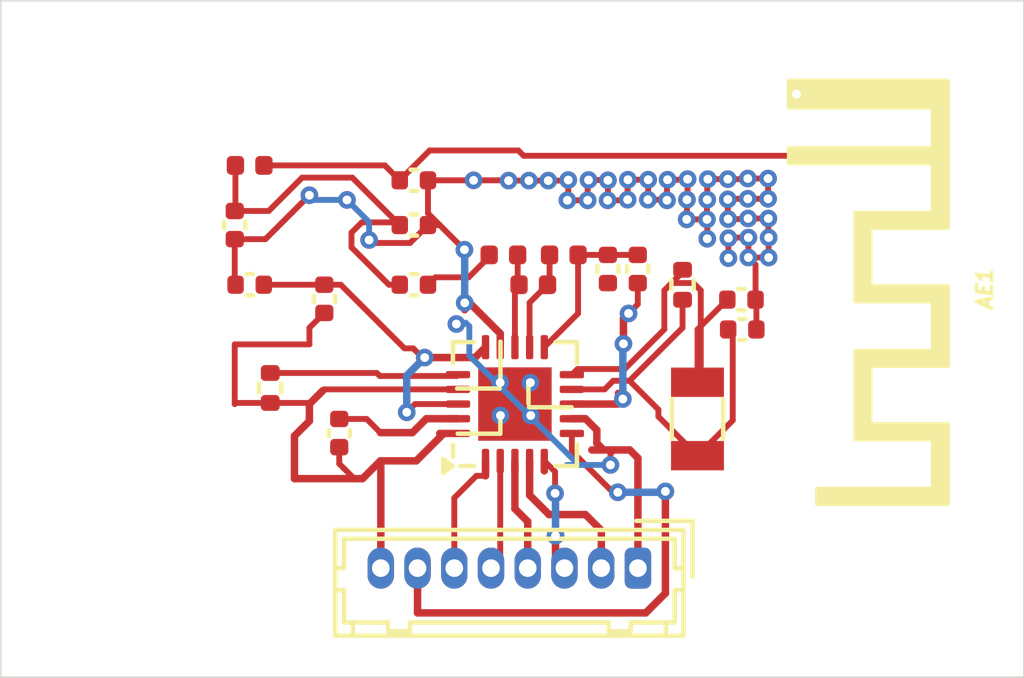
<source format=kicad_pcb>
(kicad_pcb (version 20240108) (generator "pcbnew") (generator_version "8.0")
  (layers (0 "F.Cu" signal) (31 "B.Cu" signal) (34 "B.Paste" user) (35 "F.Paste" user) (36 "B.SilkS" user "B.Silkscreen") (37 "F.SilkS" user "F.Silkscreen") (38 "B.Mask" user) (39 "F.Mask" user) (44 "Edge.Cuts" user))
  (net 0 "")
  (net 1 "Net-(AE1-A)")
  (net 2 "GNDREF")
  (net 3 "Net-(U1-XC2)")
  (net 4 "Net-(U1-XC1)")
  (net 5 "Net-(U1-VDD_PA)")
  (net 6 "Net-(C5-Pad1)")
  (net 7 "Net-(C10-Pad1)")
  (net 8 "Net-(U1-DVDD)")
  (net 9 "VDD")
  (net 10 "Net-(J1-Pin_5)")
  (net 11 "Net-(J1-Pin_6)")
  (net 12 "Net-(J1-Pin_3)")
  (net 13 "Net-(J1-Pin_7)")
  (net 14 "Net-(J1-Pin_2)")
  (net 15 "Net-(J1-Pin_4)")
  (net 16 "Net-(U1-ANT1)")
  (net 17 "Net-(U1-ANT2)")
  (net 18 "Net-(U1-IREF)")
  (footprint "Capacitor_SMD:C_0402_1005Metric" (layer "F.Cu") (at 151.384 86.36 -90)
    (property "Reference" "C10" (hide yes))
    (property "Value" "Cx")
    (fp_line (start -0.107836 0.36) (end 0.107836 0.36) (stroke (width 0.1524)) (layer "F.SilkS"))
    (fp_line (start -0.107836 -0.36) (end 0.107836 -0.36) (stroke (width 0.1524)) (layer "F.SilkS"))
    (pad "1" smd roundrect (at -0.48 0 270) (size 0.56 0.62) (layers "F.Cu" "F.Paste" "F.Mask") (net 7 "Net-(C10-Pad1)"))
    (pad "2" smd roundrect (at 0.48 0 270) (size 0.56 0.62) (layers "F.Cu" "F.Paste" "F.Mask") (net 2 "GNDREF"))
  )
  (footprint "Capacitor_SMD:C_0402_1005Metric" (layer "F.Cu") (at 168.656 89.916)
    (property "Reference" "C1" (hide yes))
    (property "Value" "22pF")
    (fp_line (start -0.107836 -0.36) (end 0.107836 -0.36) (stroke (width 0.1524)) (layer "F.SilkS"))
    (fp_line (start -0.107836 0.36) (end 0.107836 0.36) (stroke (width 0.1524)) (layer "F.SilkS"))
    (pad "1" smd roundrect (at -0.48 0) (size 0.56 0.62) (layers "F.Cu" "F.Paste" "F.Mask") (net 3 "Net-(U1-XC2)"))
    (pad "2" smd roundrect (at 0.48 0) (size 0.56 0.62) (layers "F.Cu" "F.Paste" "F.Mask") (net 2 "GNDREF"))
  )
  (footprint "Capacitor_SMD:C_0402_1005Metric" (layer "F.Cu") (at 157.48 86.36)
    (property "Reference" "C6" (hide yes))
    (property "Value" "1.0pF")
    (fp_line (start -0.107836 -0.36) (end 0.107836 -0.36) (stroke (width 0.1524)) (layer "F.SilkS"))
    (fp_line (start -0.107836 0.36) (end 0.107836 0.36) (stroke (width 0.1524)) (layer "F.SilkS"))
    (pad "1" smd roundrect (at -0.48 0) (size 0.56 0.62) (layers "F.Cu" "F.Paste" "F.Mask") (net 7 "Net-(C10-Pad1)"))
    (pad "2" smd roundrect (at 0.48 0) (size 0.56 0.62) (layers "F.Cu" "F.Paste" "F.Mask") (net 2 "GNDREF"))
  )
  (footprint "Package_DFN_QFN:QFN-20-1EP_4x4mm_P0.5mm_EP2.5x2.5mm" (layer "F.Cu") (at 160.919 92.456 90)
    (property "Reference" "U1" (hide yes))
    (property "Value" "NRF24L01")
    (fp_line (start 2.11 -2.11) (end 2.11 -1.385) (stroke (width 0.1524)) (layer "F.SilkS"))
    (fp_line (start 1.385 -2.11) (end 2.11 -2.11) (stroke (width 0.1524)) (layer "F.SilkS"))
    (fp_line (start -1.385 -2.11) (end -1.81 -2.11) (stroke (width 0.1524)) (layer "F.SilkS"))
    (fp_line (start -2.11 -1.385) (end -2.11 -1.87) (stroke (width 0.1524)) (layer "F.SilkS"))
    (fp_line (start 2.11 2.11) (end 2.11 1.385) (stroke (width 0.1524)) (layer "F.SilkS"))
    (fp_line (start 1.385 2.11) (end 2.11 2.11) (stroke (width 0.1524)) (layer "F.SilkS"))
    (fp_line (start -1.385 2.11) (end -2.11 2.11) (stroke (width 0.1524)) (layer "F.SilkS"))
    (fp_line (start -2.11 2.11) (end -2.11 1.385) (stroke (width 0.1524)) (layer "F.SilkS"))
    (fp_poly (pts (xy -2.11 -2.11) (xy -2.35 -2.44) (xy -1.87 -2.44) (xy -2.11 -2.11)) (stroke (width 0.1524)) (fill solid) (layer "F.SilkS"))
    (pad "1" smd roundrect (at -1.9375 -1 90) (size 0.825 0.25) (layers "F.Cu" "F.Paste" "F.Mask") (net 11 "Net-(J1-Pin_6)"))
    (pad "2" smd roundrect (at -1.9375 -0.5 90) (size 0.825 0.25) (layers "F.Cu" "F.Paste" "F.Mask") (net 10 "Net-(J1-Pin_5)"))
    (pad "3" smd roundrect (at -1.9375 0 90) (size 0.825 0.25) (layers "F.Cu" "F.Paste" "F.Mask") (net 15 "Net-(J1-Pin_4)"))
    (pad "4" smd roundrect (at -1.9375 0.5 90) (size 0.825 0.25) (layers "F.Cu" "F.Paste" "F.Mask") (net 14 "Net-(J1-Pin_2)"))
    (pad "5" smd roundrect (at -1.9375 1 90) (size 0.825 0.25) (layers "F.Cu" "F.Paste" "F.Mask") (net 12 "Net-(J1-Pin_3)"))
    (pad "6" smd roundrect (at -1 1.9375 90) (size 0.25 0.825) (layers "F.Cu" "F.Paste" "F.Mask") (net 13 "Net-(J1-Pin_7)"))
    (pad "7" smd roundrect (at -0.5 1.9375 90) (size 0.25 0.825) (layers "F.Cu" "F.Paste" "F.Mask") (net 9 "VDD"))
    (pad "8" smd roundrect (at 0 1.9375 90) (size 0.25 0.825) (layers "F.Cu" "F.Paste" "F.Mask") (net 2 "GNDREF"))
    (pad "9" smd roundrect (at 0.5 1.9375 90) (size 0.25 0.825) (layers "F.Cu" "F.Paste" "F.Mask") (net 3 "Net-(U1-XC2)"))
    (pad "10" smd roundrect (at 1 1.9375 90) (size 0.25 0.825) (layers "F.Cu" "F.Paste" "F.Mask") (net 4 "Net-(U1-XC1)"))
    (pad "11" smd roundrect (at 1.9375 1 90) (size 0.825 0.25) (layers "F.Cu" "F.Paste" "F.Mask") (net 5 "Net-(U1-VDD_PA)"))
    (pad "12" smd roundrect (at 1.9375 0.5 90) (size 0.825 0.25) (layers "F.Cu" "F.Paste" "F.Mask") (net 16 "Net-(U1-ANT1)"))
    (pad "13" smd roundrect (at 1.9375 0 90) (size 0.825 0.25) (layers "F.Cu" "F.Paste" "F.Mask") (net 17 "Net-(U1-ANT2)"))
    (pad "14" smd roundrect (at 1.9375 -0.5 90) (size 0.825 0.25) (layers "F.Cu" "F.Paste" "F.Mask") (net 2 "GNDREF"))
    (pad "15" smd roundrect (at 1.9375 -1 90) (size 0.825 0.25) (layers "F.Cu" "F.Paste" "F.Mask") (net 9 "VDD"))
    (pad "16" smd roundrect (at 1 -1.9375 90) (size 0.25 0.825) (layers "F.Cu" "F.Paste" "F.Mask") (net 18 "Net-(U1-IREF)"))
    (pad "17" smd roundrect (at 0.5 -1.9375 90) (size 0.25 0.825) (layers "F.Cu" "F.Paste" "F.Mask") (net 2 "GNDREF"))
    (pad "18" smd roundrect (at 0 -1.9375 90) (size 0.25 0.825) (layers "F.Cu" "F.Paste" "F.Mask") (net 9 "VDD"))
    (pad "19" smd roundrect (at -0.5 -1.9375 90) (size 0.25 0.825) (layers "F.Cu" "F.Paste" "F.Mask") (net 8 "Net-(U1-DVDD)"))
    (pad "20" smd roundrect (at -1 -1.9375 90) (size 0.25 0.825) (layers "F.Cu" "F.Paste" "F.Mask") (net 2 "GNDREF"))
    (pad "21" smd rect (at 0 0 90) (size 2.5 2.5) (property pad_prop_heatsink) (layers "F.Cu" "F.Mask"))
  )
  (footprint "Capacitor_SMD:C_0402_1005Metric" (layer "F.Cu") (at 151.892 88.392 180)
    (property "Reference" "C9" (hide yes))
    (property "Value" "10nF")
    (fp_line (start -0.107836 0.36) (end 0.107836 0.36) (stroke (width 0.1524)) (layer "F.SilkS"))
    (fp_line (start -0.107836 -0.36) (end 0.107836 -0.36) (stroke (width 0.1524)) (layer "F.SilkS"))
    (pad "1" smd roundrect (at -0.48 0 180) (size 0.56 0.62) (layers "F.Cu" "F.Paste" "F.Mask") (net 9 "VDD"))
    (pad "2" smd roundrect (at 0.48 0 180) (size 0.56 0.62) (layers "F.Cu" "F.Paste" "F.Mask") (net 2 "GNDREF"))
  )
  (footprint "Capacitor_SMD:C_0402_1005Metric" (layer "F.Cu") (at 164.084 87.856 -90)
    (property "Reference" "C4" (hide yes))
    (property "Value" "4.7pF")
    (fp_line (start -0.107836 0.36) (end 0.107836 0.36) (stroke (width 0.1524)) (layer "F.SilkS"))
    (fp_line (start -0.107836 -0.36) (end 0.107836 -0.36) (stroke (width 0.1524)) (layer "F.SilkS"))
    (pad "1" smd roundrect (at -0.48 0 270) (size 0.56 0.62) (layers "F.Cu" "F.Paste" "F.Mask") (net 5 "Net-(U1-VDD_PA)"))
    (pad "2" smd roundrect (at 0.48 0 270) (size 0.56 0.62) (layers "F.Cu" "F.Paste" "F.Mask") (net 2 "GNDREF"))
  )
  (footprint "Resistor_SMD:R_0402_1005Metric" (layer "F.Cu") (at 152.592 91.908 -90)
    (property "Reference" "R2" (hide yes))
    (property "Value" "22K")
    (fp_line (start -0.153641 0.38) (end 0.153641 0.38) (stroke (width 0.1524)) (layer "F.SilkS"))
    (fp_line (start -0.153641 -0.38) (end 0.153641 -0.38) (stroke (width 0.1524)) (layer "F.SilkS"))
    (pad "1" smd roundrect (at -0.51 0 270) (size 0.54 0.64) (layers "F.Cu" "F.Paste" "F.Mask") (net 18 "Net-(U1-IREF)"))
    (pad "2" smd roundrect (at 0.51 0 270) (size 0.54 0.64) (layers "F.Cu" "F.Paste" "F.Mask") (net 2 "GNDREF"))
  )
  (footprint "Inductor_SMD:L_0402_1005Metric" (layer "F.Cu") (at 160.528 87.376 180)
    (property "Reference" "L3" (hide yes))
    (property "Value" "3.9nH")
    (pad "1" smd roundrect (at -0.485 0 180) (size 0.59 0.64) (layers "F.Cu" "F.Paste" "F.Mask") (net 17 "Net-(U1-ANT2)"))
    (pad "2" smd roundrect (at 0.485 0 180) (size 0.59 0.64) (layers "F.Cu" "F.Paste" "F.Mask") (net 6 "Net-(C5-Pad1)"))
  )
  (footprint "Capacitor_SMD:C_0402_1005Metric" (layer "F.Cu") (at 157.48 84.836)
    (property "Reference" "C11" (hide yes))
    (property "Value" "Cx")
    (fp_line (start -0.107836 -0.36) (end 0.107836 -0.36) (stroke (width 0.1524)) (layer "F.SilkS"))
    (fp_line (start -0.107836 0.36) (end 0.107836 0.36) (stroke (width 0.1524)) (layer "F.SilkS"))
    (pad "1" smd roundrect (at -0.48 0) (size 0.56 0.62) (layers "F.Cu" "F.Paste" "F.Mask") (net 1 "Net-(AE1-A)"))
    (pad "2" smd roundrect (at 0.48 0) (size 0.56 0.62) (layers "F.Cu" "F.Paste" "F.Mask") (net 2 "GNDREF"))
  )
  (footprint "Resistor_SMD:R_0402_1005Metric" (layer "F.Cu") (at 166.624 88.394 90)
    (property "Reference" "R1" (hide yes))
    (property "Value" "1M")
    (fp_line (start -0.153641 -0.38) (end 0.153641 -0.38) (stroke (width 0.1524)) (layer "F.SilkS"))
    (fp_line (start -0.153641 0.38) (end 0.153641 0.38) (stroke (width 0.1524)) (layer "F.SilkS"))
    (pad "1" smd roundrect (at -0.51 0 90) (size 0.54 0.64) (layers "F.Cu" "F.Paste" "F.Mask") (net 3 "Net-(U1-XC2)"))
    (pad "2" smd roundrect (at 0.51 0 90) (size 0.54 0.64) (layers "F.Cu" "F.Paste" "F.Mask") (net 4 "Net-(U1-XC1)"))
  )
  (footprint "RF_Antenna:Texas_SWRA117D_2.4GHz_Right" (layer "F.Cu") (at 170.5 84 -90)
    (property "Reference" "AE1" (at 4.55 -6.41 90) (layer "F.SilkS") (effects (font (size 0.508 0.508) (thickness 0.254) (bold yes) (italic yes))))
    (property "Value" "50ohm")
    (fp_poly (pts (xy 2.45 -2.51) (xy 4.45 -2.51) (xy 4.45 -5.15) (xy 7.15 -5.15) (xy 7.15 -2.51) (xy 9.15 -2.51) (xy 9.15 -5.15) (xy 11.85 -5.15) (xy 11.85 -0.71) (xy 11.35 -0.71) (xy 11.35 -4.65) (xy 9.65 -4.65) (xy 9.65 -2.01) (xy 6.65 -2.01) (xy 6.65 -4.65) (xy 4.95 -4.65) (xy 4.95 -2.01) (xy 1.95 -2.01) (xy 1.95 -4.65) (xy 0.25 -4.65) (xy 0.25 0.25) (xy -0.25 0.25) (xy -0.25 -4.65) (xy -1.65 -4.65) (xy -1.65 0.25) (xy -2.55 0.25) (xy -2.55 0.006785) (xy -2.247583 0.006785) (xy -2.237742 0.054395) (xy -2.213674 0.096797) (xy -2.175731 0.129581) (xy -2.167819 0.133935) (xy -2.125156 0.146043) (xy -2.076637 0.1453) (xy -2.031122 0.1324) (xy -2.012511 0.121787) (xy -1.978868 0.086553) (xy -1.958309 0.041368) (xy -1.951778 -0.008158) (xy -1.960218 -0.056417) (xy -1.977112 -0.088643) (xy -2.012372 -0.121313) (xy -2.057682 -0.141408) (xy -2.107267 -0.147982) (xy -2.155353 -0.140092) (xy -2.188245 -0.123186) (xy -2.223185 -0.086416) (xy -2.242847 -0.041622) (xy -2.247583 0.006785) (xy -2.55 0.006785) (xy -2.55 -5.15) (xy 2.45 -5.15) (xy 2.45 -2.51)) (stroke (width 0.1524)) (fill solid) (layer "F.SilkS"))
    (pad "1" connect rect (at 0 0 270) (size 0.5 0.5) (layers "F.Cu") (net 1 "Net-(AE1-A)"))
    (pad "2" thru_hole rect (at -2.1 0 270) (size 0.9 0.5) (drill 0.3) (layers "*.Cu"))
  )
  (footprint "Capacitor_SMD:C_0402_1005Metric" (layer "F.Cu") (at 154.432 88.872 -90)
    (property "Reference" "C8" (hide yes))
    (property "Value" "1nF")
    (fp_line (start -0.107836 0.36) (end 0.107836 0.36) (stroke (width 0.1524)) (layer "F.SilkS"))
    (fp_line (start -0.107836 -0.36) (end 0.107836 -0.36) (stroke (width 0.1524)) (layer "F.SilkS"))
    (pad "1" smd roundrect (at -0.48 0 270) (size 0.56 0.62) (layers "F.Cu" "F.Paste" "F.Mask") (net 9 "VDD"))
    (pad "2" smd roundrect (at 0.48 0 270) (size 0.56 0.62) (layers "F.Cu" "F.Paste" "F.Mask") (net 2 "GNDREF"))
  )
  (footprint "Inductor_SMD:L_0402_1005Metric" (layer "F.Cu") (at 151.892 84.328)
    (property "Reference" "L4" (hide yes))
    (property "Value" "Lx")
    (pad "1" smd roundrect (at -0.485 0) (size 0.59 0.64) (layers "F.Cu" "F.Paste" "F.Mask") (net 7 "Net-(C10-Pad1)"))
    (pad "2" smd roundrect (at 0.485 0) (size 0.59 0.64) (layers "F.Cu" "F.Paste" "F.Mask") (net 1 "Net-(AE1-A)"))
  )
  (footprint "Capacitor_SMD:C_0402_1005Metric" (layer "F.Cu") (at 168.628 88.9)
    (property "Reference" "C2" (hide yes))
    (property "Value" "22pF")
    (fp_line (start -0.107836 -0.36) (end 0.107836 -0.36) (stroke (width 0.1524)) (layer "F.SilkS"))
    (fp_line (start -0.107836 0.36) (end 0.107836 0.36) (stroke (width 0.1524)) (layer "F.SilkS"))
    (pad "1" smd roundrect (at -0.48 0) (size 0.56 0.62) (layers "F.Cu" "F.Paste" "F.Mask") (net 4 "Net-(U1-XC1)"))
    (pad "2" smd roundrect (at 0.48 0) (size 0.56 0.62) (layers "F.Cu" "F.Paste" "F.Mask") (net 2 "GNDREF"))
  )
  (footprint "Connector_Hirose:Hirose_DF13-08P-1.25DSA_1x08_P1.25mm_Vertical" (layer "F.Cu") (at 165.105 98.044 180)
    (property "Reference" "J1" (hide yes))
    (property "Value" "Conn_01x08_Pin")
    (fp_line (start 10.3 1.3) (end 10.3 -2.3) (stroke (width 0.1524)) (layer "F.SilkS"))
    (fp_line (start 10.3 -0.75) (end 10 -0.75) (stroke (width 0.1524)) (layer "F.SilkS"))
    (fp_line (start 10.3 -2.3) (end -1.55 -2.3) (stroke (width 0.1524)) (layer "F.SilkS"))
    (fp_line (start 10 1) (end 10 0) (stroke (width 0.1524)) (layer "F.SilkS"))
    (fp_line (start 10 0) (end 10.3 0) (stroke (width 0.1524)) (layer "F.SilkS"))
    (fp_line (start 10 -0.75) (end 10 -1.85) (stroke (width 0.1524)) (layer "F.SilkS"))
    (fp_line (start 10 -1.85) (end 9.7 -1.85) (stroke (width 0.1524)) (layer "F.SilkS"))
    (fp_line (start 9.7 -1.85) (end 9.7 -2.3) (stroke (width 0.1524)) (layer "F.SilkS"))
    (fp_line (start 8.5 -1.85) (end 9.7 -1.85) (stroke (width 0.1524)) (layer "F.SilkS"))
    (fp_line (start 8.5 -2.15) (end 8.5 -1.85) (stroke (width 0.1524)) (layer "F.SilkS"))
    (fp_line (start 7.75 -1.85) (end 7.75 -2.15) (stroke (width 0.1524)) (layer "F.SilkS"))
    (fp_line (start 7.75 -2.15) (end 8.5 -2.15) (stroke (width 0.1524)) (layer "F.SilkS"))
    (fp_line (start 1 -1.85) (end 7.75 -1.85) (stroke (width 0.1524)) (layer "F.SilkS"))
    (fp_line (start 1 -2.15) (end 1 -1.85) (stroke (width 0.1524)) (layer "F.SilkS"))
    (fp_line (start 0.25 -1.85) (end 0.25 -2.15) (stroke (width 0.1524)) (layer "F.SilkS"))
    (fp_line (start 0.25 -2.15) (end 1 -2.15) (stroke (width 0.1524)) (layer "F.SilkS"))
    (fp_line (start -0.95 -1.85) (end 0.25 -1.85) (stroke (width 0.1524)) (layer "F.SilkS"))
    (fp_line (start -0.95 -1.85) (end -0.95 -2.3) (stroke (width 0.1524)) (layer "F.SilkS"))
    (fp_line (start -1.25 1) (end 10 1) (stroke (width 0.1524)) (layer "F.SilkS"))
    (fp_line (start -1.25 0) (end -1.25 1) (stroke (width 0.1524)) (layer "F.SilkS"))
    (fp_line (start -1.25 -0.75) (end -1.25 -1.85) (stroke (width 0.1524)) (layer "F.SilkS"))
    (fp_line (start -1.25 -1.85) (end -0.95 -1.85) (stroke (width 0.1524)) (layer "F.SilkS"))
    (fp_line (start -1.55 1.3) (end 10.3 1.3) (stroke (width 0.1524)) (layer "F.SilkS"))
    (fp_line (start -1.55 0) (end -1.25 0) (stroke (width 0.1524)) (layer "F.SilkS"))
    (fp_line (start -1.55 -0.75) (end -1.25 -0.75) (stroke (width 0.1524)) (layer "F.SilkS"))
    (fp_line (start -1.55 -2.3) (end -1.55 1.3) (stroke (width 0.1524)) (layer "F.SilkS"))
    (fp_line (start -1.86 1.61) (end 0.05 1.61) (stroke (width 0.1524)) (layer "F.SilkS"))
    (fp_line (start -1.86 -0.3) (end -1.86 1.61) (stroke (width 0.1524)) (layer "F.SilkS"))
    (pad "1" thru_hole roundrect (at 0 0 180) (size 0.9 1.4) (drill 0.6) (layers "*.Cu" "*.Mask") (net 9 "VDD"))
    (pad "2" thru_hole oval (at 1.25 0 180) (size 0.9 1.4) (drill 0.6) (layers "*.Cu" "*.Mask") (net 14 "Net-(J1-Pin_2)"))
    (pad "3" thru_hole oval (at 2.5 0 180) (size 0.9 1.4) (drill 0.6) (layers "*.Cu" "*.Mask") (net 12 "Net-(J1-Pin_3)"))
    (pad "4" thru_hole oval (at 3.75 0 180) (size 0.9 1.4) (drill 0.6) (layers "*.Cu" "*.Mask") (net 15 "Net-(J1-Pin_4)"))
    (pad "5" thru_hole oval (at 5 0 180) (size 0.9 1.4) (drill 0.6) (layers "*.Cu" "*.Mask") (net 10 "Net-(J1-Pin_5)"))
    (pad "6" thru_hole oval (at 6.25 0 180) (size 0.9 1.4) (drill 0.6) (layers "*.Cu" "*.Mask") (net 11 "Net-(J1-Pin_6)"))
    (pad "7" thru_hole oval (at 7.5 0 180) (size 0.9 1.4) (drill 0.6) (layers "*.Cu" "*.Mask") (net 13 "Net-(J1-Pin_7)"))
    (pad "8" thru_hole oval (at 8.75 0 180) (size 0.9 1.4) (drill 0.6) (layers "*.Cu" "*.Mask") (net 2 "GNDREF"))
  )
  (footprint "Capacitor_SMD:C_0402_1005Metric" (layer "F.Cu") (at 157.48 88.392 180)
    (property "Reference" "C5" (hide yes))
    (property "Value" "1.5pF")
    (fp_line (start -0.107836 0.36) (end 0.107836 0.36) (stroke (width 0.1524)) (layer "F.SilkS"))
    (fp_line (start -0.107836 -0.36) (end 0.107836 -0.36) (stroke (width 0.1524)) (layer "F.SilkS"))
    (pad "1" smd roundrect (at -0.48 0 180) (size 0.56 0.62) (layers "F.Cu" "F.Paste" "F.Mask") (net 6 "Net-(C5-Pad1)"))
    (pad "2" smd roundrect (at 0.48 0 180) (size 0.56 0.62) (layers "F.Cu" "F.Paste" "F.Mask") (net 7 "Net-(C10-Pad1)"))
  )
  (footprint "Inductor_SMD:L_0402_1005Metric" (layer "F.Cu") (at 161.544 88.392 180)
    (property "Reference" "L1" (hide yes))
    (property "Value" "8.2nH")
    (pad "1" smd roundrect (at -0.485 0 180) (size 0.59 0.64) (layers "F.Cu" "F.Paste" "F.Mask") (net 16 "Net-(U1-ANT1)"))
    (pad "2" smd roundrect (at 0.485 0 180) (size 0.59 0.64) (layers "F.Cu" "F.Paste" "F.Mask") (net 17 "Net-(U1-ANT2)"))
  )
  (footprint "Inductor_SMD:L_0402_1005Metric" (layer "F.Cu") (at 162.583 87.376)
    (property "Reference" "L2" (hide yes))
    (property "Value" "2.7nH")
    (pad "1" smd roundrect (at -0.485 0) (size 0.59 0.64) (layers "F.Cu" "F.Paste" "F.Mask") (net 16 "Net-(U1-ANT1)"))
    (pad "2" smd roundrect (at 0.485 0) (size 0.59 0.64) (layers "F.Cu" "F.Paste" "F.Mask") (net 5 "Net-(U1-VDD_PA)"))
  )
  (footprint "Capacitor_SMD:C_0402_1005Metric" (layer "F.Cu") (at 154.94 93.444 -90)
    (property "Reference" "C7" (hide yes))
    (property "Value" "33nF")
    (fp_line (start -0.107836 0.36) (end 0.107836 0.36) (stroke (width 0.1524)) (layer "F.SilkS"))
    (fp_line (start -0.107836 -0.36) (end 0.107836 -0.36) (stroke (width 0.1524)) (layer "F.SilkS"))
    (pad "1" smd roundrect (at -0.48 0 270) (size 0.56 0.62) (layers "F.Cu" "F.Paste" "F.Mask") (net 8 "Net-(U1-DVDD)"))
    (pad "2" smd roundrect (at 0.48 0 270) (size 0.56 0.62) (layers "F.Cu" "F.Paste" "F.Mask") (net 2 "GNDREF"))
  )
  (footprint "Crystal:Crystal_SMD_3215-2Pin_3.2x1.5mm" (layer "F.Cu") (at 167.132 92.964 -90)
    (property "Reference" "Y1" (hide yes))
    (property "Value" "16MHz")
    (fp_line (start -0.675 0.875) (end 0.675 0.875) (stroke (width 0.1524)) (layer "F.SilkS"))
    (fp_line (start -0.675 -0.875) (end 0.675 -0.875) (stroke (width 0.1524)) (layer "F.SilkS"))
    (pad "1" smd rect (at 1.25 0 270) (size 1 1.8) (layers "F.Cu" "F.Paste" "F.Mask") (net 3 "Net-(U1-XC2)"))
    (pad "2" smd rect (at -1.25 0 270) (size 1 1.8) (layers "F.Cu" "F.Paste" "F.Mask") (net 4 "Net-(U1-XC1)"))
  )
  (footprint "Capacitor_SMD:C_0402_1005Metric" (layer "F.Cu") (at 165.1 87.856 -90)
    (property "Reference" "C3" (hide yes))
    (property "Value" "2.2nF")
    (fp_line (start -0.107836 0.36) (end 0.107836 0.36) (stroke (width 0.1524)) (layer "F.SilkS"))
    (fp_line (start -0.107836 -0.36) (end 0.107836 -0.36) (stroke (width 0.1524)) (layer "F.SilkS"))
    (pad "1" smd roundrect (at -0.48 0 270) (size 0.56 0.62) (layers "F.Cu" "F.Paste" "F.Mask") (net 5 "Net-(U1-VDD_PA)"))
    (pad "2" smd roundrect (at 0.48 0 270) (size 0.56 0.62) (layers "F.Cu" "F.Paste" "F.Mask") (net 2 "GNDREF"))
  )
  (gr_line (start 158.9515 91.926) (end 160.4015 91.926) (stroke (width 0.1524)) (layer "F.SilkS"))
  (gr_line (start 161.3965 92.566) (end 162.8465 92.566) (stroke (width 0.1524)) (layer "F.SilkS"))
  (gr_line (start 158.9715 93.466) (end 160.4215 93.466) (stroke (width 0.1524)) (layer "F.SilkS"))
  (gr_line (start 160.4215 93.466) (end 160.4265 92.846) (stroke (width 0.1524)) (layer "F.SilkS"))
  (gr_line (start 160.4265 91.781) (end 160.4265 90.331) (stroke (width 0.1524)) (layer "F.SilkS"))
  (gr_line (start 161.3815 92.446) (end 161.3765 91.676) (stroke (width 0.1524)) (layer "F.SilkS"))
  (gr_rect (start 143.42 78.72) (end 178.24 101.76) (stroke (width 0.05)) (fill none) (layer "Edge.Cuts"))
  (segment (start 157 84.836) (end 158.016 83.82) (width 0.2) (layer "F.Cu") (net 1))
  (segment (start 158.016 83.82) (end 161.036 83.82) (width 0.2) (layer "F.Cu") (net 1))
  (segment (start 161.036 83.82) (end 161.216 84) (width 0.2) (layer "F.Cu") (net 1))
  (segment (start 161.216 84) (end 170.5 84) (width 0.2) (layer "F.Cu") (net 1))
  (segment (start 152.377 84.328) (end 156.492 84.328) (width 0.2) (layer "F.Cu") (net 1))
  (segment (start 156.492 84.328) (end 157 84.836) (width 0.2) (layer "F.Cu") (net 1))
  (segment (start 154.424 91.956) (end 154.38 92) (width 0.2) (layer "F.Cu") (net 2))
  (segment (start 156.355 94.405) (end 156.34 94.39) (width 0.254) (layer "F.Cu") (net 2))
  (segment (start 158.496 93.456) (end 158.9815 93.456) (width 0.254) (layer "F.Cu") (net 2))
  (segment (start 164.42 92.456) (end 164.592 92.284) (width 0.254) (layer "F.Cu") (net 2))
  (segment (start 169.554 86.786) (end 169.554 87.466) (width 0.2) (layer "F.Cu") (net 2))
  (segment (start 151.384 88.364) (end 151.412 88.392) (width 0.2) (layer "F.Cu") (net 2))
  (segment (start 168.864 86.786) (end 168.204 86.786) (width 0.2) (layer "F.Cu") (net 2))
  (segment (start 167.464 85.496) (end 167.464 84.816) (width 0.2) (layer "F.Cu") (net 2))
  (segment (start 165.1 89.056) (end 164.786265 89.369735) (width 0.2) (layer "F.Cu") (net 2))
  (segment (start 159.21 89.01) (end 159.21 89.244932) (width 0.254) (layer "F.Cu") (net 2))
  (segment (start 153.924 90.424) (end 151.384 90.424) (width 0.2) (layer "F.Cu") (net 2))
  (segment (start 156.058 86.97) (end 155.956 86.868) (width 0.2) (layer "F.Cu") (net 2))
  (segment (start 166.114 84.816) (end 166.774 84.816) (width 0.2) (layer "F.Cu") (net 2))
  (segment (start 164.764 84.816) (end 165.454 84.816) (width 0.2) (layer "F.Cu") (net 2))
  (segment (start 164.754 85.496) (end 164.754 84.826) (width 0.2) (layer "F.Cu") (net 2))
  (segment (start 153.416 93.541682) (end 153.416 94.996) (width 0.254) (layer "F.Cu") (net 2))
  (segment (start 169.544 86.136) (end 169.544 86.776) (width 0.2) (layer "F.Cu") (net 2))
  (segment (start 159.21 89.01) (end 159.375568 89.01) (width 0.254) (layer "F.Cu") (net 2))
  (segment (start 157.35 86.97) (end 156.058 86.97) (width 0.2) (layer "F.Cu") (net 2))
  (segment (start 164.084 84.836) (end 164.084 85.506) (width 0.2) (layer "F.Cu") (net 2))
  (segment (start 157.96 84.836) (end 157.96 85.96) (width 0.2) (layer "F.Cu") (net 2))
  (segment (start 168.164 86.146) (end 168.174 86.156) (width 0.2) (layer "F.Cu") (net 2))
  (segment (start 154.94 93.924) (end 154.94 94.488) (width 0.2) (layer "F.Cu") (net 2))
  (segment (start 165.1 88.336) (end 165.1 89.056) (width 0.2) (layer "F.Cu") (net 2))
  (segment (start 162.734 85.486) (end 162.704 85.516) (width 0.2) (layer "F.Cu") (net 2))
  (segment (start 163.394 85.516) (end 163.394 84.856) (width 0.2) (layer "F.Cu") (net 2))
  (segment (start 164.074 84.826) (end 164.084 84.836) (width 0.2) (layer "F.Cu") (net 2))
  (segment (start 168.854 86.136) (end 169.544 86.136) (width 0.2) (layer "F.Cu") (net 2))
  (segment (start 167.464 86.826) (end 167.464 86.176) (width 0.2) (layer "F.Cu") (net 2))
  (segment (start 166.774 85.496) (end 166.774 86.156) (width 0.2) (layer "F.Cu") (net 2))
  (segment (start 151.384 92.456) (end 151.422 92.418) (width 0.2) (layer "F.Cu") (net 2))
  (segment (start 153.416 94.996) (end 155.448 94.996) (width 0.254) (layer "F.Cu") (net 2))
  (segment (start 168.834 86.156) (end 168.854 86.136) (width 0.2) (layer "F.Cu") (net 2))
  (segment (start 164.754 84.826) (end 164.764 84.816) (width 0.2) (layer "F.Cu") (net 2))
  (segment (start 167.454 86.166) (end 167.454 85.506) (width 0.2) (layer "F.Cu") (net 2))
  (segment (start 167.464 86.176) (end 167.454 86.166) (width 0.2) (layer "F.Cu") (net 2))
  (segment (start 168.164 84.796) (end 168.824 84.796) (width 0.2) (layer "F.Cu") (net 2))
  (segment (start 169.108 88.9) (end 169.108 87.71) (width 0.2) (layer "F.Cu") (net 2))
  (segment (start 157.562 94.39) (end 158.496 93.456) (width 0.254) (layer "F.Cu") (net 2))
  (segment (start 169.554 87.466) (end 168.864 87.466) (width 0.2) (layer "F.Cu") (net 2))
  (segment (start 153.924 90.424) (end 153.924 89.86) (width 0.2) (layer "F.Cu") (net 2))
  (segment (start 154.38 92) (end 153.924 92.456) (width 0.254) (layer "F.Cu") (net 2))
  (segment (start 151.422 92.418) (end 152.592 92.418) (width 0.2) (layer "F.Cu") (net 2))
  (segment (start 164.612 89.544) (end 164.786265 89.369735) (width 0.254) (layer "F.Cu") (net 2))
  (segment (start 166.794 84.796) (end 166.794 85.476) (width 0.2) (layer "F.Cu") (net 2))
  (segment (start 166.094 85.516) (end 166.094 84.836) (width 0.2) (layer "F.Cu") (net 2))
  (segment (start 166.774 86.156) (end 166.764 86.166) (width 0.2) (layer "F.Cu") (net 2))
  (segment (start 161.394 84.846) (end 162.054 84.846) (width 0.2) (layer "F.Cu") (net 2))
  (segment (start 153.886 92.418) (end 153.924 92.456) (width 0.2) (layer "F.Cu") (net 2))
  (segment (start 152.428 86.84) (end 153.924 85.344) (width 0.2) (layer "F.Cu") (net 2))
  (segment (start 168.844 84.776) (end 169.534 84.776) (width 0.2) (layer "F.Cu") (net 2))
  (segment (start 162.054 84.846) (end 162.714 84.846) (width 0.2) (layer "F.Cu") (net 2))
  (segment (start 168.174 86.156) (end 168.834 86.156) (width 0.2) (layer "F.Cu") (net 2))
  (segment (start 169.136 89.916) (end 169.136 88.928) (width 0.2) (layer "F.Cu") (net 2))
  (segment (start 160.704 84.846) (end 161.394 84.846) (width 0.2) (layer "F.Cu") (net 2))
  (segment (start 164.442 92.09) (end 164.592 92.24) (width 0.254) (layer "F.Cu") (net 2))
  (segment (start 169.136 88.928) (end 169.108 88.9) (width 0.2) (layer "F.Cu") (net 2))
  (segment (start 168.824 84.796) (end 168.844 84.776) (width 0.2) (layer "F.Cu") (net 2))
  (segment (start 158.9815 91.956) (end 154.424 91.956) (width 0.2) (layer "F.Cu") (net 2))
  (segment (start 166.764 86.166) (end 167.454 86.166) (width 0.2) (layer "F.Cu") (net 2))
  (segment (start 159.512 84.836) (end 160.694 84.836) (width 0.2) (layer "F.Cu") (net 2))
  (segment (start 168.184 86.806) (end 168.184 87.486) (width 0.2) (layer "F.Cu") (net 2))
  (segment (start 155.448 94.996) (end 155.734 94.996) (width 0.254) (layer "F.Cu") (net 2))
  (segment (start 153.924 92.456) (end 153.924 93.033682) (width 0.254) (layer "F.Cu") (net 2))
  (segment (start 165.454 85.486) (end 165.444 85.496) (width 0.2) (layer "F.Cu") (net 2))
  (segment (start 162.734 84.826) (end 162.734 85.486) (width 0.2) (layer "F.Cu") (net 2))
  (segment (start 168.844 85.466) (end 168.184 85.466) (width 0.2) (layer "F.Cu") (net 2))
  (segment (start 162.704 85.516) (end 163.394 85.516) (width 0.2) (layer "F.Cu") (net 2))
  (segment (start 165.454 84.816) (end 165.454 85.486) (width 0.2) (layer "F.Cu") (net 2))
  (segment (start 167.464 84.816) (end 167.484 84.796) (width 0.2) (layer "F.Cu") (net 2))
  (segment (start 169.534 85.466) (end 168.844 85.466) (width 0.2) (layer "F.Cu") (net 2))
  (segment (start 168.164 85.486) (end 168.164 86.146) (width 0.2) (layer "F.Cu") (net 2))
  (segment (start 160.694 84.836) (end 160.704 84.846) (width 0.2) (layer "F.Cu") (net 2))
  (segment (start 166.094 84.836) (end 166.114 84.816) (width 0.2) (layer "F.Cu") (net 2))
  (segment (start 156.355 98.06) (end 156.355 94.405) (width 0.254) (layer "F.Cu") (net 2))
  (segment (start 167.454 85.506) (end 167.464 85.496) (width 0.2) (layer "F.Cu") (net 2))
  (segment (start 157.96 86.36) (end 158.36 86.36) (width 0.2) (layer "F.Cu") (net 2))
  (segment (start 162.714 84.846) (end 162.734 84.826) (width 0.2) (layer "F.Cu") (net 2))
  (segment (start 157.96 86.36) (end 157.35 86.97) (width 0.2) (layer "F.Cu") (net 2))
  (segment (start 164.734 85.516) (end 164.754 85.496) (width 0.2) (layer "F.Cu") (net 2))
  (segment (start 158.358552 93.456) (end 158.496 93.456) (width 0.254) (layer "F.Cu") (net 2))
  (segment (start 168.204 86.786) (end 168.184 86.806) (width 0.2) (layer "F.Cu") (net 2))
  (segment (start 164.612 90.404) (end 164.612 89.544) (width 0.254) (layer "F.Cu") (net 2))
  (segment (start 167.484 84.796) (end 168.164 84.796) (width 0.2) (layer "F.Cu") (net 2))
  (segment (start 163.424 84.826) (end 164.074 84.826) (width 0.2) (layer "F.Cu") (net 2))
  (segment (start 166.794 85.476) (end 166.774 85.496) (width 0.2) (layer "F.Cu") (net 2))
  (segment (start 151.384 86.84) (end 152.428 86.84) (width 0.2) (layer "F.Cu") (net 2))
  (segment (start 168.864 87.466) (end 168.864 86.786) (width 0.2) (layer "F.Cu") (net 2))
  (segment (start 157.96 85.96) (end 158.36 86.36) (width 0.2) (layer "F.Cu") (net 2))
  (segment (start 151.384 86.84) (end 151.384 88.364) (width 0.2) (layer "F.Cu") (net 2))
  (segment (start 154.94 94.488) (end 155.448 94.996) (width 0.2) (layer "F.Cu") (net 2))
  (segment (start 169.534 84.776) (end 169.534 85.466) (width 0.2) (layer "F.Cu") (net 2))
  (segment (start 152.592 92.418) (end 153.886 92.418) (width 0.2) (layer "F.Cu") (net 2))
  (segment (start 162.8565 92.456) (end 164.42 92.456) (width 0.254) (layer "F.Cu") (net 2))
  (segment (start 166.774 84.816) (end 166.794 84.796) (width 0.2) (layer "F.Cu") (net 2))
  (segment (start 163.394 84.856) (end 163.424 84.826) (width 0.2) (layer "F.Cu") (net 2))
  (segment (start 156.34 94.39) (end 157.562 94.39) (width 0.254) (layer "F.Cu") (net 2))
  (segment (start 157.96 84.836) (end 159.512 84.836) (width 0.2) (layer "F.Cu") (net 2))
  (segment (start 169.108 87.71) (end 168.864 87.466) (width 0.2) (layer "F.Cu") (net 2))
  (segment (start 153.924 89.86) (end 154.432 89.352) (width 0.2) (layer "F.Cu") (net 2))
  (segment (start 153.924 93.033682) (end 153.416 93.541682) (width 0.254) (layer "F.Cu") (net 2))
  (segment (start 164.084 85.506) (end 164.074 85.516) (width 0.2) (layer "F.Cu") (net 2))
  (segment (start 159.375568 89.01) (end 160.419 90.053432) (width 0.254) (layer "F.Cu") (net 2))
  (segment (start 155.734 94.996) (end 156.34 94.39) (width 0.254) (layer "F.Cu") (net 2))
  (segment (start 158.36 86.36) (end 159.2 87.2) (width 0.2) (layer "F.Cu") (net 2))
  (segment (start 169.544 86.776) (end 169.554 86.786) (width 0.2) (layer "F.Cu") (net 2))
  (segment (start 160.419 90.053432) (end 160.419 90.5185) (width 0.254) (layer "F.Cu") (net 2))
  (segment (start 168.184 85.466) (end 168.164 85.486) (width 0.2) (layer "F.Cu") (net 2))
  (segment (start 164.074 85.516) (end 164.734 85.516) (width 0.2) (layer "F.Cu") (net 2))
  (segment (start 165.444 85.496) (end 166.074 85.496) (width 0.2) (layer "F.Cu") (net 2))
  (segment (start 166.074 85.496) (end 166.094 85.516) (width 0.2) (layer "F.Cu") (net 2))
  (segment (start 151.384 90.424) (end 151.384 92.456) (width 0.2) (layer "F.Cu") (net 2))
  (via (at 162.734 84.826) (size 0.6) (drill 0.3) (layers "F.Cu" "B.Cu") (net 2))
  (via (at 166.794 84.796) (size 0.6) (drill 0.3) (layers "F.Cu" "B.Cu") (net 2))
  (via (at 160.4265 92.846) (size 0.6) (drill 0.3) (layers "F.Cu" "B.Cu") (net 2))
  (via (at 168.184 87.486) (size 0.6) (drill 0.3) (layers "F.Cu" "B.Cu") (net 2))
  (via (at 169.534 84.776) (size 0.6) (drill 0.3) (layers "F.Cu" "B.Cu") (net 2))
  (via (at 161.4465 91.726) (size 0.6) (drill 0.3) (layers "F.Cu" "B.Cu") (net 2))
  (via (at 168.164 84.796) (size 0.6) (drill 0.3) (layers "F.Cu" "B.Cu") (net 2))
  (via (at 168.844 84.776) (size 0.6) (drill 0.3) (layers "F.Cu" "B.Cu") (net 2))
  (via (at 164.074 85.516) (size 0.6) (drill 0.3) (layers "F.Cu" "B.Cu") (net 2))
  (via (at 164.754 85.496) (size 0.6) (drill 0.3) (layers "F.Cu" "B.Cu") (net 2))
  (via (at 168.174 86.156) (size 0.6) (drill 0.3) (layers "F.Cu" "B.Cu") (net 2))
  (via (at 162.704 85.516) (size 0.6) (drill 0.3) (layers "F.Cu" "B.Cu") (net 2))
  (via (at 164.612 90.404) (size 0.6) (drill 0.3) (layers "F.Cu" "B.Cu") (net 2))
  (via (at 168.864 86.786) (size 0.6) (drill 0.3) (layers "F.Cu" "B.Cu") (net 2))
  (via (at 161.4565 92.846) (size 0.6) (drill 0.3) (layers "F.Cu" "B.Cu") (net 2))
  (via (at 169.554 86.786) (size 0.6) (drill 0.3) (layers "F.Cu" "B.Cu") (net 2))
  (via (at 160.704 84.846) (size 0.6) (drill 0.3) (layers "F.Cu" "B.Cu") (net 2))
  (via (at 159.512 84.836) (size 0.6) (drill 0.3) (layers "F.Cu" "B.Cu") (net 2))
  (via (at 161.394 84.846) (size 0.6) (drill 0.3) (layers "F.Cu" "B.Cu") (net 2))
  (via (at 167.464 86.826) (size 0.6) (drill 0.3) (layers "F.Cu" "B.Cu") (net 2))
  (via (at 168.844 85.466) (size 0.6) (drill 0.3) (layers "F.Cu" "B.Cu") (net 2))
  (via (at 165.454 84.816) (size 0.6) (drill 0.3) (layers "F.Cu" "B.Cu") (net 2))
  (via (at 169.534 85.466) (size 0.6) (drill 0.3) (layers "F.Cu" "B.Cu") (net 2))
  (via (at 166.094 85.516) (size 0.6) (drill 0.3) (layers "F.Cu" "B.Cu") (net 2))
  (via (at 163.394 85.516) (size 0.6) (drill 0.3) (layers "F.Cu" "B.Cu") (net 2))
  (via (at 167.464 85.496) (size 0.6) (drill 0.3) (layers "F.Cu" "B.Cu") (net 2))
  (via (at 166.764 86.166) (size 0.6) (drill 0.3) (layers "F.Cu" "B.Cu") (net 2))
  (via (at 169.554 87.466) (size 0.6) (drill 0.3) (layers "F.Cu" "B.Cu") (net 2))
  (via (at 155.956 86.868) (size 0.6) (drill 0.3) (layers "F.Cu" "B.Cu") (net 2))
  (via (at 164.592 92.284) (size 0.6) (drill 0.3) (layers "F.Cu" "B.Cu") (net 2))
  (via (at 155.2035 85.503) (size 0.6) (drill 0.3) (layers "F.Cu" "B.Cu") (net 2))
  (via (at 159.2 87.2) (size 0.6) (drill 0.3) (layers "F.Cu" "B.Cu") (net 2))
  (via (at 168.164 85.486) (size 0.6) (drill 0.3) (layers "F.Cu" "B.Cu") (net 2))
  (via (at 167.454 86.166) (size 0.6) (drill 0.3) (layers "F.Cu" "B.Cu") (net 2))
  (via (at 168.184 86.806) (size 0.6) (drill 0.3) (layers "F.Cu" "B.Cu") (net 2))
  (via (at 159.21 89.01) (size 0.6) (drill 0.3) (layers "F.Cu" "B.Cu") (net 2))
  (via (at 168.864 87.466) (size 0.6) (drill 0.3) (layers "F.Cu" "B.Cu") (net 2))
  (via (at 167.484 84.796) (size 0.6) (drill 0.3) (layers "F.Cu" "B.Cu") (net 2))
  (via (at 164.084 84.836) (size 0.6) (drill 0.3) (layers "F.Cu" "B.Cu") (net 2))
  (via (at 166.114 84.816) (size 0.6) (drill 0.3) (layers "F.Cu" "B.Cu") (net 2))
  (via (at 153.924 85.344) (size 0.6) (drill 0.3) (layers "F.Cu" "B.Cu") (net 2))
  (via (at 165.444 85.496) (size 0.6) (drill 0.3) (layers "F.Cu" "B.Cu") (net 2))
  (via (at 163.424 84.826) (size 0.6) (drill 0.3) (layers "F.Cu" "B.Cu") (net 2))
  (via (at 160.4165 91.726) (size 0.6) (drill 0.3) (layers "F.Cu" "B.Cu") (net 2))
  (via (at 166.774 85.496) (size 0.6) (drill 0.3) (layers "F.Cu" "B.Cu") (net 2))
  (via (at 164.786265 89.369735) (size 0.6) (drill 0.3) (layers "F.Cu" "B.Cu") (net 2))
  (via (at 162.054 84.846) (size 0.6) (drill 0.3) (layers "F.Cu" "B.Cu") (net 2))
  (via (at 164.764 84.816) (size 0.6) (drill 0.3) (layers "F.Cu" "B.Cu") (net 2))
  (via (at 169.544 86.136) (size 0.6) (drill 0.3) (layers "F.Cu" "B.Cu") (net 2))
  (via (at 168.854 86.136) (size 0.6) (drill 0.3) (layers "F.Cu" "B.Cu") (net 2))
  (segment (start 155.956 86.868) (end 155.956 86.2555) (width 0.2) (layer "B.Cu") (net 2))
  (segment (start 155.956 86.2555) (end 155.2035 85.503) (width 0.2) (layer "B.Cu") (net 2))
  (segment (start 154.083 85.503) (end 153.924 85.344) (width 0.2) (layer "B.Cu") (net 2))
  (segment (start 164.592 92.24) (end 164.592 90.38) (width 0.254) (layer "B.Cu") (net 2))
  (segment (start 159.21 87.21) (end 159.2 87.2) (width 0.254) (layer "B.Cu") (net 2))
  (segment (start 164.592 90.424) (end 164.612 90.404) (width 0.254) (layer "B.Cu") (net 2))
  (segment (start 159.21 89.01) (end 159.21 87.21) (width 0.254) (layer "B.Cu") (net 2))
  (segment (start 155.2035 85.503) (end 154.083 85.503) (width 0.2) (layer "B.Cu") (net 2))
  (segment (start 163.97213 91.956) (end 162.8565 91.956) (width 0.2) (layer "F.Cu") (net 3))
  (segment (start 165.802 92.884) (end 165.802 92.645471) (width 0.2) (layer "F.Cu") (net 3))
  (segment (start 165.802 92.645471) (end 164.819529 91.663) (width 0.2) (layer "F.Cu") (net 3))
  (segment (start 166.624 88.904) (end 166.624 89.858529) (width 0.2) (layer "F.Cu") (net 3))
  (segment (start 167.132 94.214) (end 165.802 92.884) (width 0.2) (layer "F.Cu") (net 3))
  (segment (start 164.819529 91.663) (end 164.26513 91.663) (width 0.2) (layer "F.Cu") (net 3))
  (segment (start 168.176 89.916) (end 168.332 90.072) (width 0.2) (layer "F.Cu") (net 3))
  (segment (start 164.26513 91.663) (end 163.97213 91.956) (width 0.2) (layer "F.Cu") (net 3))
  (segment (start 168.332 93.014) (end 167.132 94.214) (width 0.2) (layer "F.Cu") (net 3))
  (segment (start 168.332 90.072) (end 168.332 93.014) (width 0.2) (layer "F.Cu") (net 3))
  (segment (start 166.624 89.858529) (end 164.819529 91.663) (width 0.2) (layer "F.Cu") (net 3))
  (segment (start 164.653843 91.263) (end 166.004 89.912843) (width 0.2) (layer "F.Cu") (net 4))
  (segment (start 167.132 89.916) (end 168.148 88.9) (width 0.2) (layer "F.Cu") (net 4))
  (segment (start 166.624 87.884) (end 166.624 87.965076) (width 0.2) (layer "F.Cu") (net 4))
  (segment (start 167.132 91.714) (end 167.132 89.916) (width 0.2) (layer "F.Cu") (net 4))
  (segment (start 166.004 89.912843) (end 166.004 88.585076) (width 0.2) (layer "F.Cu") (net 4))
  (segment (start 166.255076 88.334) (end 166.992924 88.334) (width 0.2) (layer "F.Cu") (net 4))
  (segment (start 166.004 88.585076) (end 166.156538 88.432538) (width 0.2) (layer "F.Cu") (net 4))
  (segment (start 166.624 87.965076) (end 166.156538 88.432538) (width 0.2) (layer "F.Cu") (net 4))
  (segment (start 166.156538 88.432538) (end 166.255076 88.334) (width 0.2) (layer "F.Cu") (net 4))
  (segment (start 167.244 88.585076) (end 167.244 91.602) (width 0.2) (layer "F.Cu") (net 4))
  (segment (start 167.244 91.602) (end 167.132 91.714) (width 0.2) (layer "F.Cu") (net 4))
  (segment (start 163.0495 91.263) (end 164.653843 91.263) (width 0.2) (layer "F.Cu") (net 4))
  (segment (start 162.8565 91.456) (end 163.0495 91.263) (width 0.2) (layer "F.Cu") (net 4))
  (segment (start 166.992924 88.334) (end 167.244 88.585076) (width 0.2) (layer "F.Cu") (net 4))
  (segment (start 161.919 90.5185) (end 163.068 89.3695) (width 0.2) (layer "F.Cu") (net 5))
  (segment (start 165.1 87.376) (end 164.084 87.376) (width 0.2) (layer "F.Cu") (net 5))
  (segment (start 164.084 87.376) (end 163.068 87.376) (width 0.2) (layer "F.Cu") (net 5))
  (segment (start 163.068 89.3695) (end 163.068 87.376) (width 0.2) (layer "F.Cu") (net 5))
  (segment (start 160.043 87.442) (end 159.345 88.14) (width 0.2) (layer "F.Cu") (net 6))
  (segment (start 158.212 88.14) (end 157.96 88.392) (width 0.2) (layer "F.Cu") (net 6))
  (segment (start 159.345 88.14) (end 158.212 88.14) (width 0.2) (layer "F.Cu") (net 6))
  (segment (start 160.043 87.376) (end 160.043 87.442) (width 0.2) (layer "F.Cu") (net 6))
  (segment (start 153.675471 84.744) (end 155.384 84.744) (width 0.2) (layer "F.Cu") (net 7))
  (segment (start 155.356 87.116529) (end 156.631471 88.392) (width 0.2) (layer "F.Cu") (net 7))
  (segment (start 156.908 86.268) (end 155.707471 86.268) (width 0.2) (layer "F.Cu") (net 7))
  (segment (start 155.356 86.619471) (end 155.356 87.116529) (width 0.2) (layer "F.Cu") (net 7))
  (segment (start 157 86.36) (end 156.908 86.268) (width 0.2) (layer "F.Cu") (net 7))
  (segment (start 152.539471 85.88) (end 153.675471 84.744) (width 0.2) (layer "F.Cu") (net 7))
  (segment (start 156.631471 88.392) (end 157 88.392) (width 0.2) (layer "F.Cu") (net 7))
  (segment (start 151.407 84.328) (end 151.407 85.857) (width 0.2) (layer "F.Cu") (net 7))
  (segment (start 155.384 84.744) (end 157 86.36) (width 0.2) (layer "F.Cu") (net 7))
  (segment (start 155.707471 86.268) (end 155.356 86.619471) (width 0.2) (layer "F.Cu") (net 7))
  (segment (start 151.407 85.857) (end 151.384 85.88) (width 0.2) (layer "F.Cu") (net 7))
  (segment (start 151.384 85.88) (end 152.539471 85.88) (width 0.2) (layer "F.Cu") (net 7))
  (segment (start 157.904 92.956) (end 158.9815 92.956) (width 0.254) (layer "F.Cu") (net 8))
  (segment (start 155.874 92.964) (end 156.34 93.43) (width 0.2) (layer "F.Cu") (net 8))
  (segment (start 154.94 92.964) (end 155.874 92.964) (width 0.2) (layer "F.Cu") (net 8))
  (segment (start 156.34 93.43) (end 157.43 93.43) (width 0.254) (layer "F.Cu") (net 8))
  (segment (start 157.43 93.43) (end 157.904 92.956) (width 0.254) (layer "F.Cu") (net 8))
  (segment (start 157.848353 90.873) (end 159.5645 90.873) (width 0.254) (layer "F.Cu") (net 9))
  (segment (start 163.7065 93.79) (end 163.8925 93.976) (width 0.254) (layer "F.Cu") (net 9))
  (segment (start 157.773 90.873) (end 157.848353 90.873) (width 0.2) (layer "F.Cu") (net 9))
  (segment (start 154.992 88.392) (end 157.16 90.56) (width 0.2) (layer "F.Cu") (net 9))
  (segment (start 164.3 94.02) (end 164.83 94.02) (width 0.254) (layer "F.Cu") (net 9))
  (segment (start 163.536 94.02) (end 164.3 94.02) (width 0.254) (layer "F.Cu") (net 9))
  (segment (start 154.432 88.392) (end 154.992 88.392) (width 0.2) (layer "F.Cu") (net 9))
  (segment (start 164.83 94.02) (end 165.105 94.295) (width 0.254) (layer "F.Cu") (net 9))
  (segment (start 163.7065 93.340932) (end 163.7065 93.79) (width 0.254) (layer "F.Cu") (net 9))
  (segment (start 152.372 88.392) (end 154.432 88.392) (width 0.2) (layer "F.Cu") (net 9))
  (segment (start 157.46 90.56) (end 157.773 90.873) (width 0.2) (layer "F.Cu") (net 9))
  (segment (start 164.17 94.53) (end 164.17 94.15) (width 0.2) (layer "F.Cu") (net 9))
  (segment (start 165.105 94.295) (end 165.105 98.06) (width 0.254) (layer "F.Cu") (net 9))
  (segment (start 162.8565 92.956) (end 163.321568 92.956) (width 0.254) (layer "F.Cu") (net 9))
  (segment (start 159.5645 90.873) (end 159.919 90.5185) (width 0.254) (layer "F.Cu") (net 9))
  (segment (start 157.517286 92.456) (end 157.237164 92.736122) (width 0.2) (layer "F.Cu") (net 9))
  (segment (start 157.16 90.56) (end 157.46 90.56) (width 0.2) (layer "F.Cu") (net 9))
  (segment (start 158.9815 92.456) (end 157.517286 92.456) (width 0.2) (layer "F.Cu") (net 9))
  (segment (start 163.321568 92.956) (end 163.7065 93.340932) (width 0.254) (layer "F.Cu") (net 9))
  (segment (start 164.17 94.15) (end 164.3 94.02) (width 0.2) (layer "F.Cu") (net 9))
  (via (at 158.9265 89.73) (size 0.6) (drill 0.3) (layers "F.Cu" "B.Cu") (net 9))
  (via (at 157.237164 92.736122) (size 0.6) (drill 0.3) (layers "F.Cu" "B.Cu") (net 9))
  (via (at 157.848353 90.873) (size 0.6) (drill 0.3) (layers "F.Cu" "B.Cu") (net 9))
  (via (at 164.17 94.53) (size 0.6) (drill 0.3) (layers "F.Cu" "B.Cu") (net 9))
  (segment (start 163.0465 94.486) (end 159.3665 90.806) (width 0.2) (layer "B.Cu") (net 9))
  (segment (start 159.2465 89.686) (end 158.9265 89.686) (width 0.2) (layer "B.Cu") (net 9))
  (segment (start 164.17 94.53) (end 162.69 94.53) (width 0.2) (layer "B.Cu") (net 9))
  (segment (start 157.237164 92.736122) (end 157.237164 91.484189) (width 0.254) (layer "B.Cu") (net 9))
  (segment (start 159.3665 90.806) (end 159.3665 89.806) (width 0.2) (layer "B.Cu") (net 9))
  (segment (start 157.237164 91.484189) (end 157.848353 90.873) (width 0.254) (layer "B.Cu") (net 9))
  (segment (start 159.3665 89.806) (end 159.2465 89.686) (width 0.2) (layer "B.Cu") (net 9))
  (segment (start 160.0625 98.0175) (end 160.105 98.06) (width 0.254) (layer "F.Cu") (net 10))
  (segment (start 160.105 98.044) (end 160.419 97.73) (width 0.2) (layer "F.Cu") (net 10))
  (segment (start 160.419 97.73) (end 160.419 94.3935) (width 0.2) (layer "F.Cu") (net 10))
  (segment (start 159.919 94.3935) (end 159.919 94.9015) (width 0.254) (layer "F.Cu") (net 11))
  (segment (start 158.855 98.044) (end 158.855 95.653) (width 0.2) (layer "F.Cu") (net 11))
  (segment (start 159.6065 94.9015) (end 159.919 94.9015) (width 0.2) (layer "F.Cu") (net 11))
  (segment (start 158.855 95.653) (end 159.6065 94.9015) (width 0.2) (layer "F.Cu") (net 11))
  (segment (start 162.284945 94.759445) (end 161.919 94.3935) (width 0.2) (layer "F.Cu") (net 12))
  (segment (start 162.284945 95.496424) (end 162.284945 94.759445) (width 0.2) (layer "F.Cu") (net 12))
  (segment (start 161.919 94.729979) (end 161.919 94.3935) (width 0.254) (layer "F.Cu") (net 12))
  (segment (start 162.3 97.755) (end 162.605 98.06) (width 0.254) (layer "F.Cu") (net 12))
  (segment (start 162.3 96.94) (end 162.3 97.755) (width 0.254) (layer "F.Cu") (net 12))
  (via (at 162.3 96.94) (size 0.6) (drill 0.3) (layers "F.Cu" "B.Cu") (net 12))
  (via (at 162.284945 95.496424) (size 0.6) (drill 0.3) (layers "F.Cu" "B.Cu") (net 12))
  (segment (start 162.284945 95.452424) (end 162.3 95.467479) (width 0.254) (layer "B.Cu") (net 12))
  (segment (start 162.3 95.511479) (end 162.3 96.94) (width 0.254) (layer "B.Cu") (net 12))
  (segment (start 166.04 98.9) (end 166.04 95.43) (width 0.254) (layer "F.Cu") (net 13))
  (segment (start 162.8565 94.065029) (end 164.251471 95.46) (width 0.2) (layer "F.Cu") (net 13))
  (segment (start 162.8565 93.456) (end 162.8565 94.065029) (width 0.2) (layer "F.Cu") (net 13))
  (segment (start 157.605 98.06) (end 157.605 99.568) (width 0.254) (layer "F.Cu") (net 13))
  (segment (start 165.372 99.568) (end 166.04 98.9) (width 0.254) (layer "F.Cu") (net 13))
  (segment (start 157.605 99.568) (end 165.372 99.568) (width 0.254) (layer "F.Cu") (net 13))
  (segment (start 164.251471 95.46) (end 164.42 95.46) (width 0.2) (layer "F.Cu") (net 13))
  (via (at 166.04 95.43) (size 0.6) (drill 0.3) (layers "F.Cu" "B.Cu") (net 13))
  (via (at 164.42 95.46) (size 0.6) (drill 0.3) (layers "F.Cu" "B.Cu") (net 13))
  (segment (start 166.01 95.46) (end 166.04 95.43) (width 0.254) (layer "B.Cu") (net 13))
  (segment (start 164.42 95.46) (end 166.01 95.46) (width 0.254) (layer "B.Cu") (net 13))
  (segment (start 163.855 98.06) (end 163.855 97.606) (width 0.254) (layer "F.Cu") (net 14))
  (segment (start 161.419 95.558712) (end 161.419 94.3935) (width 0.254) (layer "F.Cu") (net 14))
  (segment (start 163.86 97.601) (end 163.86 96.76) (width 0.254) (layer "F.Cu") (net 14))
  (segment (start 163.855 97.606) (end 163.86 97.601) (width 0.254) (layer "F.Cu") (net 14))
  (segment (start 162.080288 96.22) (end 161.419 95.558712) (width 0.254) (layer "F.Cu") (net 14))
  (segment (start 163.86 96.76) (end 163.32 96.22) (width 0.254) (layer "F.Cu") (net 14))
  (segment (start 163.32 96.22) (end 162.080288 96.22) (width 0.254) (layer "F.Cu") (net 14))
  (segment (start 160.919 96.023) (end 160.919 94.3935) (width 0.254) (layer "F.Cu") (net 15))
  (segment (start 161.355 96.459) (end 160.919 96.023) (width 0.254) (layer "F.Cu") (net 15))
  (segment (start 161.355 96.459) (end 161.355 98.06) (width 0.254) (layer "F.Cu") (net 15))
  (segment (start 162.029 88.392) (end 161.419 89.002) (width 0.2) (layer "F.Cu") (net 16))
  (segment (start 162.098 87.376) (end 162.098 88.323) (width 0.2) (layer "F.Cu") (net 16))
  (segment (start 162.098 88.323) (end 162.029 88.392) (width 0.2) (layer "F.Cu") (net 16))
  (segment (start 161.419 89.002) (end 161.419 90.5185) (width 0.2) (layer "F.Cu") (net 16))
  (segment (start 161.013 88.346) (end 161.059 88.392) (width 0.2) (layer "F.Cu") (net 17))
  (segment (start 161.013 87.376) (end 161.013 88.346) (width 0.2) (layer "F.Cu") (net 17))
  (segment (start 160.919 88.532) (end 160.919 90.5185) (width 0.2) (layer "F.Cu") (net 17))
  (segment (start 161.059 88.392) (end 160.919 88.532) (width 0.2) (layer "F.Cu") (net 17))
  (segment (start 152.592 91.398) (end 156.218 91.398) (width 0.2) (layer "F.Cu") (net 18))
  (segment (start 156.32 91.5) (end 158.9375 91.5) (width 0.2) (layer "F.Cu") (net 18))
  (segment (start 158.9375 91.5) (end 158.9815 91.456) (width 0.2) (layer "F.Cu") (net 18))
  (segment (start 156.218 91.398) (end 156.32 91.5) (width 0.2) (layer "F.Cu") (net 18))
)
</source>
